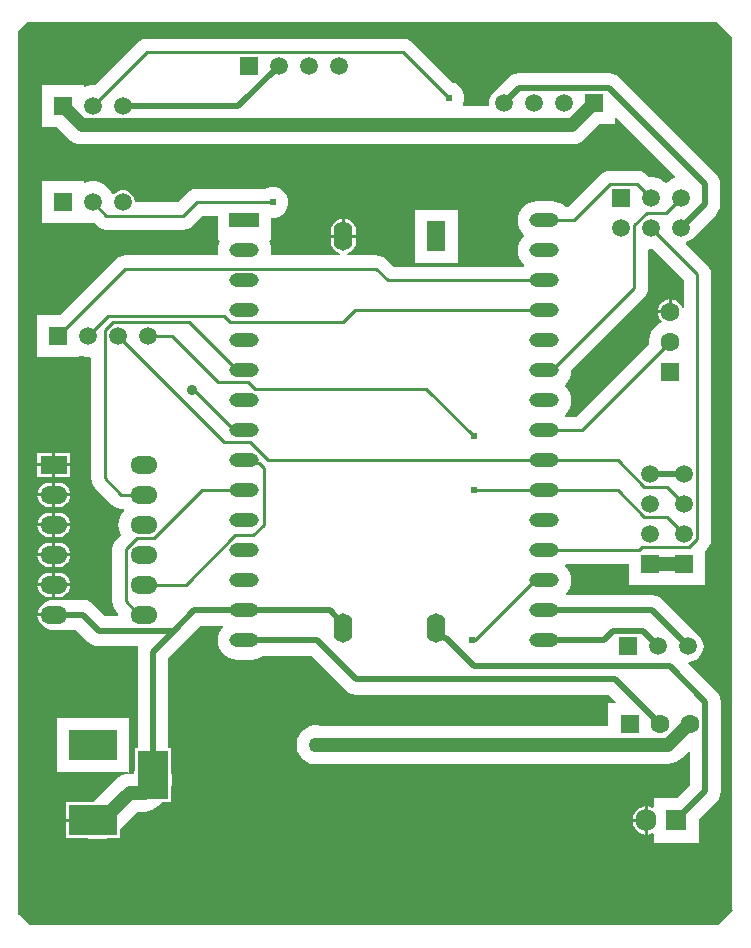
<source format=gbl>
G04*
G04 #@! TF.GenerationSoftware,Altium Limited,Altium Designer,22.10.1 (41)*
G04*
G04 Layer_Physical_Order=2*
G04 Layer_Color=16711680*
%FSLAX44Y44*%
%MOMM*%
G71*
G04*
G04 #@! TF.SameCoordinates,8F1CFC92-A969-465F-A5A2-9E5291BB03E1*
G04*
G04*
G04 #@! TF.FilePolarity,Positive*
G04*
G01*
G75*
%ADD11C,0.2540*%
%ADD46C,1.1430*%
%ADD47C,0.5080*%
%ADD48R,2.5000X1.2000*%
%ADD49O,2.5000X1.2000*%
%ADD50O,1.6000X2.5000*%
%ADD51R,1.6000X2.5000*%
%ADD52C,1.5200*%
%ADD53R,1.5200X1.5200*%
%ADD54R,2.2860X1.5240*%
%ADD55O,2.2860X1.5240*%
%ADD56C,1.6000*%
%ADD57R,1.6000X1.6000*%
%ADD58R,1.5200X1.5200*%
%ADD59R,1.6000X1.6000*%
%ADD60R,1.7780X1.7780*%
%ADD61O,1.7780X1.9050*%
%ADD62R,2.5400X4.0640*%
%ADD63R,4.0640X2.5400*%
%ADD64C,0.6096*%
%ADD65C,1.2700*%
%ADD66C,0.8890*%
G36*
X594360Y753110D02*
Y15240D01*
X595630Y13970D01*
X582930Y1270D01*
X0D01*
X-8890Y10160D01*
X-10160D01*
Y758190D01*
X-1270Y765810D01*
X581660D01*
X594360Y753110D01*
D02*
G37*
%LPC*%
G36*
X316250Y751919D02*
X99040D01*
X96056Y751526D01*
X93276Y750374D01*
X90888Y748542D01*
X90888Y748542D01*
X54796Y712450D01*
X51591D01*
X48160Y711768D01*
X46756Y711186D01*
X45700Y711892D01*
Y712450D01*
X10180D01*
Y676930D01*
X23141D01*
X32515Y667555D01*
X34933Y665572D01*
X37690Y664097D01*
X40683Y663190D01*
X43795Y662883D01*
X459125D01*
X462237Y663190D01*
X465229Y664097D01*
X467987Y665572D01*
X470405Y667555D01*
X482319Y679470D01*
X495280D01*
Y685095D01*
X496453Y685581D01*
X546496Y635538D01*
X546128Y634323D01*
X546000Y634297D01*
X542767Y632959D01*
X539859Y631015D01*
X538480Y629636D01*
X537101Y631015D01*
X534193Y632959D01*
X530960Y634297D01*
X527529Y634980D01*
X524324D01*
X522522Y636782D01*
X520134Y638614D01*
X517354Y639766D01*
X514370Y640159D01*
X491202D01*
X488218Y639766D01*
X485438Y638614D01*
X483050Y636782D01*
X455966Y609699D01*
X453535D01*
X451132Y611671D01*
X448324Y613172D01*
X445278Y614096D01*
X442110Y614408D01*
X429110D01*
X425942Y614096D01*
X422896Y613172D01*
X420089Y611671D01*
X417628Y609652D01*
X415608Y607191D01*
X414108Y604384D01*
X413184Y601338D01*
X412872Y598170D01*
X413184Y595002D01*
X414108Y591956D01*
X415608Y589149D01*
X417628Y586688D01*
X418338Y586105D01*
Y584835D01*
X417628Y584252D01*
X415608Y581791D01*
X414108Y578984D01*
X413184Y575938D01*
X412872Y572770D01*
X413184Y569602D01*
X414108Y566556D01*
X415608Y563749D01*
X417628Y561288D01*
X417965Y561012D01*
X418005Y559580D01*
X417290Y558899D01*
X307574D01*
X301140Y565332D01*
X298753Y567164D01*
X295972Y568316D01*
X292988Y568709D01*
X268359D01*
X268181Y569961D01*
X270746Y571023D01*
X272947Y572713D01*
X274637Y574914D01*
X275699Y577478D01*
X276061Y580230D01*
Y583460D01*
X265430D01*
X254799D01*
Y580230D01*
X255161Y577478D01*
X256223Y574914D01*
X257913Y572713D01*
X260114Y571023D01*
X262679Y569961D01*
X262501Y568709D01*
X204889D01*
X204073Y569979D01*
X204348Y572770D01*
X204036Y575938D01*
X203112Y578984D01*
X202174Y580740D01*
X202935Y582010D01*
X204270D01*
Y600202D01*
X207443D01*
X210802Y601102D01*
X213814Y602841D01*
X216273Y605300D01*
X218012Y608312D01*
X218912Y611671D01*
Y615149D01*
X218012Y618508D01*
X216273Y621520D01*
X213814Y623979D01*
X210802Y625718D01*
X207443Y626618D01*
X203965D01*
X200606Y625718D01*
X199256Y624939D01*
X141270D01*
X138286Y624546D01*
X135506Y623394D01*
X133118Y621562D01*
X125085Y613529D01*
X88880D01*
Y614745D01*
X88189Y617324D01*
X86854Y619636D01*
X84966Y621524D01*
X82654Y622859D01*
X80075Y623550D01*
X77405D01*
X74826Y622859D01*
X72514Y621524D01*
X71144Y620154D01*
X69670Y620395D01*
X69079Y621823D01*
X67135Y624731D01*
X64661Y627205D01*
X61753Y629149D01*
X58520Y630488D01*
X55089Y631170D01*
X51591D01*
X48160Y630488D01*
X46756Y629906D01*
X45700Y630612D01*
Y631170D01*
X10180D01*
Y595650D01*
X45700D01*
Y596208D01*
X46756Y596914D01*
X48160Y596333D01*
X51591Y595650D01*
X54796D01*
X56598Y593848D01*
X58986Y592016D01*
X61766Y590864D01*
X64750Y590471D01*
X129860D01*
X132844Y590864D01*
X135625Y592016D01*
X138012Y593848D01*
X146046Y601881D01*
X158950D01*
Y582010D01*
X160285D01*
X161046Y580740D01*
X160108Y578984D01*
X159184Y575938D01*
X158872Y572770D01*
X159147Y569979D01*
X158331Y568709D01*
X80930D01*
X77946Y568316D01*
X75166Y567164D01*
X72778Y565332D01*
X25586Y518140D01*
X6370D01*
Y482620D01*
X41890D01*
Y483178D01*
X42946Y483884D01*
X44350Y483302D01*
X47781Y482620D01*
X51279D01*
X51991Y482035D01*
Y379730D01*
X52384Y376746D01*
X53536Y373966D01*
X55368Y371578D01*
X69338Y357608D01*
X69338Y357608D01*
X71726Y355776D01*
X74506Y354624D01*
X77490Y354231D01*
X79170D01*
X79337Y354029D01*
X80029Y353060D01*
X79337Y352091D01*
X77855Y350286D01*
X76204Y347197D01*
X75187Y343845D01*
X74844Y340360D01*
X75187Y336875D01*
X76204Y333523D01*
X77110Y331828D01*
X73128Y327846D01*
X71296Y325459D01*
X70144Y322678D01*
X69751Y319694D01*
Y275590D01*
X70144Y272606D01*
X71296Y269826D01*
X73128Y267438D01*
X74984Y265582D01*
X74844Y264160D01*
X74022Y263254D01*
X63726D01*
X53762Y273218D01*
X51109Y275253D01*
X48019Y276533D01*
X44704Y276970D01*
X20320D01*
X17005Y276533D01*
X13915Y275253D01*
X11262Y273218D01*
X10743Y272542D01*
X9264Y271406D01*
X7635Y269284D01*
X6611Y266812D01*
X6429Y265430D01*
X20320D01*
Y262890D01*
X6429D01*
X6611Y261508D01*
X7635Y259036D01*
X9264Y256914D01*
X10743Y255778D01*
X11262Y255102D01*
X13915Y253067D01*
X17005Y251787D01*
X20320Y251350D01*
X39398D01*
X49362Y241386D01*
X52015Y239351D01*
X55105Y238071D01*
X58420Y237634D01*
X91204D01*
X91910Y236578D01*
X91767Y236233D01*
X91330Y232918D01*
Y151130D01*
X88900D01*
Y132718D01*
X88495Y131382D01*
X88321Y129617D01*
X84943D01*
X84455Y129617D01*
X84277Y129815D01*
X83832Y130481D01*
X83820Y130830D01*
X83820Y131982D01*
X83820Y131982D01*
X83820Y131994D01*
Y176530D01*
X22860D01*
Y130810D01*
X82558D01*
X82560Y130810D01*
X82561Y130810D01*
X82779Y130810D01*
X83633Y130404D01*
X83646Y130128D01*
X82932Y129467D01*
X81343Y129310D01*
X78351Y128403D01*
X75593Y126928D01*
X73175Y124945D01*
X54352Y106122D01*
X53340D01*
X50228Y105815D01*
X48892Y105410D01*
X30480D01*
Y91440D01*
X53340D01*
Y88900D01*
X30480D01*
Y74930D01*
X48892D01*
X50228Y74525D01*
X53340Y74218D01*
X60960D01*
X64072Y74525D01*
X65408Y74930D01*
X76200D01*
Y82851D01*
X91062Y97713D01*
X97155D01*
X100267Y98020D01*
X103259Y98927D01*
X106017Y100402D01*
X108435Y102385D01*
X111459Y105410D01*
X119380D01*
Y116202D01*
X119785Y117538D01*
X120092Y120650D01*
Y128270D01*
X119785Y131382D01*
X119380Y132718D01*
Y151130D01*
X116950D01*
Y227612D01*
X130724Y241386D01*
X144498Y255160D01*
X163212D01*
X163495Y253890D01*
X161608Y251591D01*
X160108Y248784D01*
X159184Y245738D01*
X158872Y242570D01*
X159184Y239402D01*
X160108Y236356D01*
X161608Y233549D01*
X163628Y231088D01*
X166089Y229069D01*
X168896Y227568D01*
X171942Y226644D01*
X175110Y226332D01*
X188110D01*
X191278Y226644D01*
X194324Y227568D01*
X197132Y229069D01*
X197975Y229760D01*
X238026D01*
X267294Y200492D01*
X269947Y198457D01*
X273037Y197177D01*
X276352Y196740D01*
X489994D01*
X495951Y190783D01*
X495465Y189610D01*
X489840D01*
Y170130D01*
X246748D01*
X243942Y170688D01*
X240690D01*
X237500Y170054D01*
X234496Y168809D01*
X231791Y167002D01*
X229492Y164702D01*
X227685Y161998D01*
X226441Y158994D01*
X225806Y155804D01*
Y152552D01*
X226441Y149362D01*
X227685Y146358D01*
X229492Y143653D01*
X231791Y141354D01*
X234496Y139547D01*
X237500Y138302D01*
X240690Y137668D01*
X243942D01*
X246748Y138226D01*
X540512D01*
X543624Y138533D01*
X546616Y139440D01*
X549374Y140915D01*
X551791Y142898D01*
X558025Y149132D01*
X559198Y148646D01*
Y120114D01*
X548304Y109220D01*
X528320D01*
Y101863D01*
X527050Y101073D01*
X524954Y101941D01*
X523240Y102166D01*
Y90170D01*
Y78174D01*
X524954Y78399D01*
X527050Y79268D01*
X528320Y78477D01*
Y71120D01*
X566420D01*
Y91104D01*
X581066Y105750D01*
X583101Y108403D01*
X584381Y111493D01*
X584818Y114808D01*
Y190500D01*
X584381Y193815D01*
X583101Y196905D01*
X581066Y199558D01*
X557021Y223602D01*
X557715Y224705D01*
X560845Y225117D01*
X563935Y226397D01*
X566588Y228432D01*
X568623Y231085D01*
X569903Y234175D01*
X570340Y237490D01*
X569903Y240805D01*
X568623Y243895D01*
X566588Y246548D01*
X536108Y277028D01*
X533455Y279063D01*
X530365Y280343D01*
X527050Y280780D01*
X454008D01*
X453725Y282050D01*
X455612Y284349D01*
X457112Y287156D01*
X458036Y290202D01*
X458348Y293370D01*
X458036Y296538D01*
X457112Y299584D01*
X455612Y302391D01*
X453592Y304852D01*
X453255Y305128D01*
X453215Y306560D01*
X453930Y307241D01*
X507168D01*
Y289888D01*
X535960D01*
Y289580D01*
X571480D01*
Y318060D01*
X573282Y319862D01*
X573282Y319862D01*
X575114Y322249D01*
X576266Y325030D01*
X576659Y328014D01*
Y552470D01*
X576266Y555454D01*
X575114Y558234D01*
X573282Y560622D01*
X555440Y578464D01*
X555738Y579962D01*
X557585Y580727D01*
X560238Y582762D01*
X580558Y603082D01*
X582593Y605735D01*
X583873Y608825D01*
X584310Y612140D01*
Y628650D01*
X583873Y631965D01*
X582593Y635055D01*
X580558Y637708D01*
X499278Y718988D01*
X496625Y721023D01*
X493535Y722303D01*
X490220Y722740D01*
X414020D01*
X410705Y722303D01*
X407615Y721023D01*
X404962Y718988D01*
X392262Y706288D01*
X390227Y703635D01*
X388947Y700545D01*
X388510Y697230D01*
X388706Y695742D01*
X387869Y694787D01*
X366908D01*
X366273Y695887D01*
X366892Y696958D01*
X367792Y700317D01*
Y703795D01*
X366892Y707154D01*
X365153Y710166D01*
X362694Y712625D01*
X359682Y714364D01*
X358177Y714767D01*
X324402Y748542D01*
X322014Y750374D01*
X319234Y751526D01*
X316250Y751919D01*
D02*
G37*
G36*
X266700Y599694D02*
Y586000D01*
X276061D01*
Y589230D01*
X275699Y591981D01*
X274637Y594545D01*
X272947Y596747D01*
X270746Y598437D01*
X268181Y599499D01*
X266700Y599694D01*
D02*
G37*
G36*
X264160D02*
X262679Y599499D01*
X260114Y598437D01*
X257913Y596747D01*
X256223Y594545D01*
X255161Y591981D01*
X254799Y589230D01*
Y586000D01*
X264160D01*
Y599694D01*
D02*
G37*
G36*
X362330Y607390D02*
X326010D01*
Y562070D01*
X362330D01*
Y607390D01*
D02*
G37*
G36*
X34290Y401320D02*
X21590D01*
Y392430D01*
X34290D01*
Y401320D01*
D02*
G37*
G36*
X19050D02*
X6350D01*
Y392430D01*
X19050D01*
Y401320D01*
D02*
G37*
G36*
X34290Y389890D02*
X21590D01*
Y381000D01*
X34290D01*
Y389890D01*
D02*
G37*
G36*
X19050D02*
X6350D01*
Y381000D01*
X19050D01*
Y389890D01*
D02*
G37*
G36*
X24130Y376008D02*
X21590D01*
Y367030D01*
X34211D01*
X34028Y368412D01*
X33005Y370884D01*
X31376Y373006D01*
X29254Y374635D01*
X26782Y375658D01*
X24130Y376008D01*
D02*
G37*
G36*
X19050D02*
X16510D01*
X13858Y375658D01*
X11386Y374635D01*
X9264Y373006D01*
X7635Y370884D01*
X6611Y368412D01*
X6429Y367030D01*
X19050D01*
Y376008D01*
D02*
G37*
G36*
X34211Y364490D02*
X21590D01*
Y355512D01*
X24130D01*
X26782Y355862D01*
X29254Y356885D01*
X31376Y358514D01*
X33005Y360636D01*
X34028Y363108D01*
X34211Y364490D01*
D02*
G37*
G36*
X19050D02*
X6429D01*
X6611Y363108D01*
X7635Y360636D01*
X9264Y358514D01*
X11386Y356885D01*
X13858Y355862D01*
X16510Y355512D01*
X19050D01*
Y364490D01*
D02*
G37*
G36*
X24130Y350608D02*
X21590D01*
Y341630D01*
X34211D01*
X34028Y343012D01*
X33005Y345484D01*
X31376Y347606D01*
X29254Y349235D01*
X26782Y350258D01*
X24130Y350608D01*
D02*
G37*
G36*
X19050D02*
X16510D01*
X13858Y350258D01*
X11386Y349235D01*
X9264Y347606D01*
X7635Y345484D01*
X6611Y343012D01*
X6429Y341630D01*
X19050D01*
Y350608D01*
D02*
G37*
G36*
X34211Y339090D02*
X21590D01*
Y330112D01*
X24130D01*
X26782Y330462D01*
X29254Y331485D01*
X31376Y333114D01*
X33005Y335236D01*
X34028Y337708D01*
X34211Y339090D01*
D02*
G37*
G36*
X19050D02*
X6429D01*
X6611Y337708D01*
X7635Y335236D01*
X9264Y333114D01*
X11386Y331485D01*
X13858Y330462D01*
X16510Y330112D01*
X19050D01*
Y339090D01*
D02*
G37*
G36*
X24130Y325208D02*
X21590D01*
Y316230D01*
X34211D01*
X34028Y317612D01*
X33005Y320084D01*
X31376Y322206D01*
X29254Y323835D01*
X26782Y324859D01*
X24130Y325208D01*
D02*
G37*
G36*
X19050D02*
X16510D01*
X13858Y324859D01*
X11386Y323835D01*
X9264Y322206D01*
X7635Y320084D01*
X6611Y317612D01*
X6429Y316230D01*
X19050D01*
Y325208D01*
D02*
G37*
G36*
X34211Y313690D02*
X21590D01*
Y304712D01*
X24130D01*
X26782Y305061D01*
X29254Y306085D01*
X31376Y307714D01*
X33005Y309836D01*
X34028Y312308D01*
X34211Y313690D01*
D02*
G37*
G36*
X19050D02*
X6429D01*
X6611Y312308D01*
X7635Y309836D01*
X9264Y307714D01*
X11386Y306085D01*
X13858Y305061D01*
X16510Y304712D01*
X19050D01*
Y313690D01*
D02*
G37*
G36*
X24130Y299808D02*
X21590D01*
Y290830D01*
X34211D01*
X34028Y292212D01*
X33005Y294684D01*
X31376Y296806D01*
X29254Y298435D01*
X26782Y299459D01*
X24130Y299808D01*
D02*
G37*
G36*
X19050D02*
X16510D01*
X13858Y299459D01*
X11386Y298435D01*
X9264Y296806D01*
X7635Y294684D01*
X6611Y292212D01*
X6429Y290830D01*
X19050D01*
Y299808D01*
D02*
G37*
G36*
X34211Y288290D02*
X21590D01*
Y279312D01*
X24130D01*
X26782Y279662D01*
X29254Y280685D01*
X31376Y282314D01*
X33005Y284436D01*
X34028Y286908D01*
X34211Y288290D01*
D02*
G37*
G36*
X19050D02*
X6429D01*
X6611Y286908D01*
X7635Y284436D01*
X9264Y282314D01*
X11386Y280685D01*
X13858Y279662D01*
X16510Y279312D01*
X19050D01*
Y288290D01*
D02*
G37*
G36*
X520700Y102166D02*
X518986Y101941D01*
X516206Y100789D01*
X513818Y98957D01*
X511986Y96569D01*
X510834Y93789D01*
X510525Y91440D01*
X520700D01*
Y102166D01*
D02*
G37*
G36*
Y88900D02*
X510525D01*
X510834Y86551D01*
X511986Y83771D01*
X513818Y81383D01*
X516206Y79551D01*
X518986Y78399D01*
X520700Y78174D01*
Y88900D01*
D02*
G37*
%LPD*%
G36*
X553601Y547695D02*
Y524116D01*
X552331Y523948D01*
X552112Y524768D01*
X550724Y527172D01*
X548762Y529134D01*
X546358Y530522D01*
X543678Y531240D01*
X543560D01*
Y520700D01*
X542290D01*
Y519430D01*
X531750D01*
Y519312D01*
X532468Y516632D01*
X533856Y514228D01*
X535003Y513081D01*
X534756Y511835D01*
X533688Y511393D01*
X530714Y509406D01*
X528184Y506876D01*
X526197Y503902D01*
X524828Y500597D01*
X524130Y497089D01*
Y493511D01*
X524141Y493455D01*
X462585Y431899D01*
X453535D01*
X452882Y432435D01*
Y433705D01*
X453592Y434288D01*
X455612Y436749D01*
X457112Y439556D01*
X458036Y442602D01*
X458348Y445770D01*
X458036Y448938D01*
X457112Y451984D01*
X455612Y454791D01*
X453592Y457252D01*
X452882Y457835D01*
Y459105D01*
X453592Y459688D01*
X455612Y462149D01*
X457112Y464956D01*
X458036Y468002D01*
X458348Y471170D01*
X458341Y471247D01*
X519942Y532848D01*
X521774Y535236D01*
X522926Y538016D01*
X523319Y541000D01*
Y573475D01*
X524031Y574060D01*
X527236D01*
X553601Y547695D01*
D02*
G37*
%LPC*%
G36*
X541020Y531240D02*
X540902D01*
X538222Y530522D01*
X535818Y529134D01*
X533856Y527172D01*
X532468Y524768D01*
X531750Y522088D01*
Y521970D01*
X541020D01*
Y531240D01*
D02*
G37*
%LPD*%
D11*
X376480Y242570D02*
X427280Y293370D01*
X435610D01*
X374650Y242570D02*
X376480D01*
X515462Y318770D02*
X518022Y321330D01*
X435610Y318770D02*
X515462D01*
X565130Y328014D02*
Y552470D01*
X558446Y321330D02*
X565130Y328014D01*
X525780Y591820D02*
X565130Y552470D01*
X518022Y321330D02*
X558446D01*
X99040Y740390D02*
X316250D01*
X53340Y694690D02*
X99040Y740390D01*
X316250D02*
X354584Y702056D01*
X159670Y461360D02*
X185070D01*
X120650Y500380D02*
X159670Y461360D01*
X100330Y500380D02*
X120650D01*
X134490Y511790D02*
X175110Y471170D01*
X181610D01*
X70204Y511790D02*
X134490D01*
X375920Y369570D02*
X435610D01*
X335630Y455580D02*
X375920Y415290D01*
X185070Y461360D02*
X190850Y455580D01*
X335630D01*
X435610Y394970D02*
X497670D01*
X201983D02*
X435610D01*
X186393Y410560D02*
X201983Y394970D01*
X74930Y500380D02*
X164750Y410560D01*
X186393D01*
X435610Y369570D02*
X497670D01*
X539422Y347038D02*
X553720Y332740D01*
X497670Y369570D02*
X520202Y347038D01*
X539422D01*
X66020Y516870D02*
X164400D01*
X265410Y512160D02*
X275220Y521970D01*
X63520Y505106D02*
X70204Y511790D01*
X164400Y516870D02*
X169110Y512160D01*
X265410D01*
X49530Y500380D02*
X66020Y516870D01*
X539422Y372438D02*
X553720Y358140D01*
X520202Y372438D02*
X539422D01*
X497670Y394970D02*
X520202Y372438D01*
X467360Y420370D02*
X542290Y495300D01*
X435610Y420370D02*
X467360D01*
X435610Y471170D02*
X441960D01*
X511790Y541000D02*
Y593966D01*
X441960Y471170D02*
X511790Y541000D01*
X538342Y604382D02*
X551180Y617220D01*
X511790Y593966D02*
X522206Y604382D01*
X538342D01*
X275220Y521970D02*
X435610D01*
X24130Y500380D02*
X80930Y557180D01*
X292988D01*
X302798Y547370D01*
X435610D01*
Y598170D02*
X460742D01*
X491202Y628630D01*
X514370D01*
X525780Y617220D01*
X81280Y319694D02*
X90515Y328930D01*
X145704Y369570D02*
X181610D01*
X92710Y264160D02*
X96520D01*
X81280Y275590D02*
X92710Y264160D01*
X81280Y275590D02*
Y319694D01*
X90515Y328930D02*
X105064D01*
X145704Y369570D01*
X193580Y393160D02*
X197920Y388820D01*
Y340107D02*
Y388820D01*
X181610Y394970D02*
X183420Y393160D01*
X193580D01*
X132027Y289560D02*
X173937Y331470D01*
X96520Y289560D02*
X132027D01*
X189283Y331470D02*
X197920Y340107D01*
X173937Y331470D02*
X189283D01*
X172914Y420370D02*
X181610D01*
X138624Y454660D02*
X172914Y420370D01*
X136906Y454660D02*
X138624D01*
X63520Y379730D02*
Y505106D01*
Y379730D02*
X77490Y365760D01*
X96520D01*
X141270Y613410D02*
X205704D01*
X129860Y602000D02*
X141270Y613410D01*
X64750Y602000D02*
X129860D01*
X53340Y613410D02*
X64750Y602000D01*
D46*
X104140Y120650D02*
Y128270D01*
X53340Y90170D02*
X60960D01*
X84455Y113665D01*
X97155D01*
X104140Y120650D01*
X459125Y678835D02*
X477520Y697230D01*
X27940Y694690D02*
X43795Y678835D01*
X459125D01*
X525082Y307494D02*
X553566D01*
X553720Y307340D01*
X524928Y307648D02*
X525082Y307494D01*
X557784Y171450D02*
X558800D01*
X540512Y154178D02*
X557784Y171450D01*
X242316Y154178D02*
X540512D01*
D47*
X276352Y209550D02*
X495300D01*
X243332Y242570D02*
X276352Y209550D01*
X495300D02*
X533400Y171450D01*
X344170Y251185D02*
X350840Y244515D01*
X352385D01*
X376174Y220726D02*
X541782D01*
X344170Y251185D02*
Y252730D01*
X352385Y244515D02*
X376174Y220726D01*
X254080Y267970D02*
X265430Y256620D01*
X181610Y267970D02*
X254080D01*
X265430Y252730D02*
Y256620D01*
X104140Y232918D02*
X121666Y250444D01*
X104140Y128270D02*
Y232918D01*
X20320Y264160D02*
X44704D01*
X58420Y250444D01*
X121666D01*
X139192Y267970D01*
X181610D01*
X435610Y242570D02*
X486410D01*
X494030Y250190D01*
X519430D01*
X532130Y237490D01*
X541782Y220726D02*
X572008Y190500D01*
Y114808D02*
Y190500D01*
X547370Y90170D02*
X572008Y114808D01*
X181610Y242570D02*
X243332D01*
X527050Y267970D02*
X557530Y237490D01*
X435610Y267970D02*
X527050D01*
X539296Y383540D02*
X553720D01*
X538988Y383848D02*
X539296Y383540D01*
X524928Y383848D02*
X538988D01*
X551180Y591820D02*
X571500Y612140D01*
Y628650D01*
X490220Y709930D02*
X571500Y628650D01*
X414020Y709930D02*
X490220D01*
X401320Y697230D02*
X414020Y709930D01*
X176530Y694690D02*
X210820Y728980D01*
X78740Y694690D02*
X176530D01*
D48*
X181610Y598170D02*
D03*
D49*
Y572770D02*
D03*
Y547370D02*
D03*
Y521970D02*
D03*
Y496570D02*
D03*
Y471170D02*
D03*
Y445770D02*
D03*
Y420370D02*
D03*
Y394970D02*
D03*
Y369570D02*
D03*
Y344170D02*
D03*
Y318770D02*
D03*
Y293370D02*
D03*
Y267970D02*
D03*
Y242570D02*
D03*
X435610Y598170D02*
D03*
Y572770D02*
D03*
Y547370D02*
D03*
Y521970D02*
D03*
Y496570D02*
D03*
Y471170D02*
D03*
Y445770D02*
D03*
Y420370D02*
D03*
Y394970D02*
D03*
Y369570D02*
D03*
Y344170D02*
D03*
Y318770D02*
D03*
Y293370D02*
D03*
Y267970D02*
D03*
Y242570D02*
D03*
D50*
X265430Y252730D02*
D03*
X344170D02*
D03*
X265430Y584730D02*
D03*
D51*
X344170D02*
D03*
D52*
X78740Y694690D02*
D03*
X53340D02*
D03*
X532130Y237490D02*
D03*
X557530D02*
D03*
X553720Y332740D02*
D03*
Y358140D02*
D03*
Y383540D02*
D03*
X524928Y333048D02*
D03*
Y358448D02*
D03*
Y383848D02*
D03*
X452120Y697230D02*
D03*
X426720D02*
D03*
X401320D02*
D03*
X551180Y617220D02*
D03*
X525780D02*
D03*
X551180Y591820D02*
D03*
X525780D02*
D03*
X500380D02*
D03*
X49530Y500380D02*
D03*
X74930D02*
D03*
X100330D02*
D03*
X53340Y613410D02*
D03*
X78740D02*
D03*
X210820Y728980D02*
D03*
X236220D02*
D03*
X261620D02*
D03*
D53*
X27940Y694690D02*
D03*
X506730Y237490D02*
D03*
X477520Y697230D02*
D03*
X500380Y617220D02*
D03*
X24130Y500380D02*
D03*
X27940Y613410D02*
D03*
X185420Y728980D02*
D03*
D54*
X20320Y391160D02*
D03*
D55*
Y365760D02*
D03*
Y340360D02*
D03*
Y314960D02*
D03*
Y289560D02*
D03*
Y264160D02*
D03*
X96520D02*
D03*
Y289560D02*
D03*
Y391160D02*
D03*
Y365760D02*
D03*
Y340360D02*
D03*
Y314960D02*
D03*
D56*
X558800Y171450D02*
D03*
X533400D02*
D03*
X542290Y520700D02*
D03*
Y495300D02*
D03*
D57*
X508000Y171450D02*
D03*
D58*
X553720Y307340D02*
D03*
X524928Y307648D02*
D03*
D59*
X542290Y469900D02*
D03*
D60*
X547370Y90170D02*
D03*
D61*
X521970D02*
D03*
D62*
X104140Y128270D02*
D03*
D63*
X53340Y90170D02*
D03*
Y153670D02*
D03*
D64*
X374650Y242570D02*
D03*
X375920Y369570D02*
D03*
Y415290D02*
D03*
X205704Y613410D02*
D03*
X354584Y702056D02*
D03*
D65*
X242316Y154178D02*
D03*
D66*
X136906Y454660D02*
D03*
M02*

</source>
